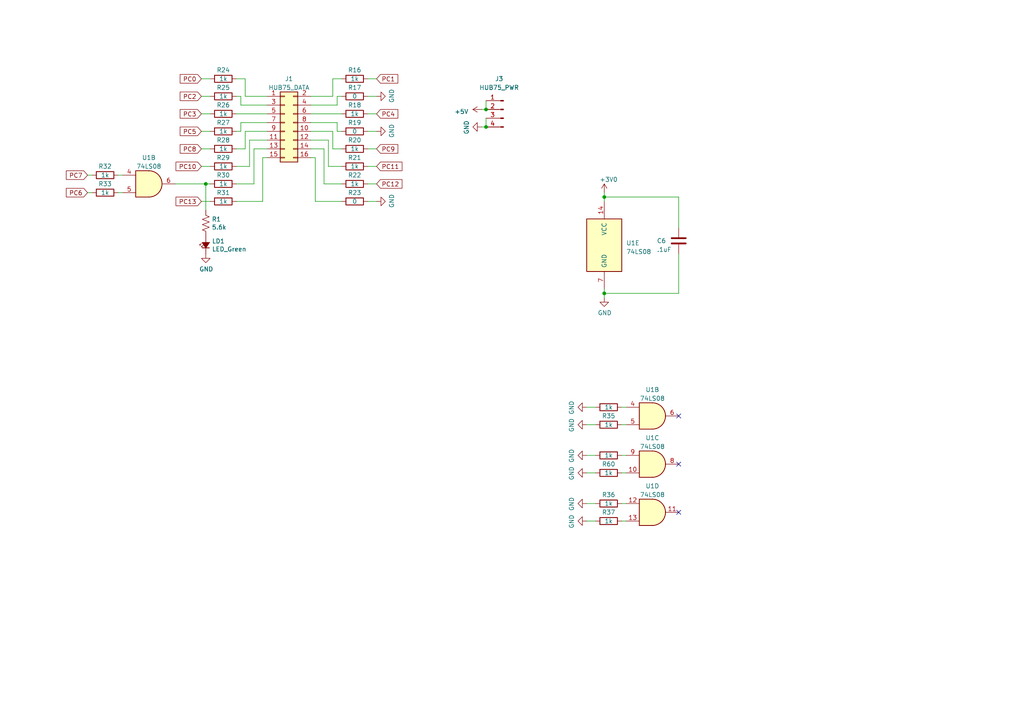
<source format=kicad_sch>
(kicad_sch (version 20230121) (generator eeschema)
  (paper "A4")
  (lib_symbols
    (symbol "74xx:74LS08" (pin_names (offset 1.016))
      (property "Reference" "U" (at 0 1.27 0))
      (property "Value" "74LS08" (at 0 -1.27 0))
      (symbol "74LS08_1_1"
        (arc (start 0 -3.81) (mid 3.7934 0) (end 0 3.81) (stroke (width 0.254)) (fill (type background)))
        (polyline (pts (xy 0 3.81) (xy -3.81 3.81) (xy -3.81 -3.81) (xy 0 -3.81)) (stroke (width 0.254)) (fill (type background)))
        (pin input line (at -7.62 2.54 0) (length 3.81) (name "~") (number "1"))
        (pin input line (at -7.62 -2.54 0) (length 3.81) (name "~") (number "2"))
        (pin output line (at 7.62 0 180) (length 3.81) (name "~") (number "3"))
      )
      (symbol "74LS08_1_2"
        (arc (start -3.81 -3.81) (mid -2.589 0) (end -3.81 3.81) (stroke (width 0.254)))
        (arc (start -0.6096 -3.81) (mid 2.1842 -2.5851) (end 3.81 0) (stroke (width 0.254)) (fill (type background)))
        (polyline (pts (xy -3.81 -3.81) (xy -0.635 -3.81)) (stroke (width 0.254)) (fill (type background)))
        (polyline (pts (xy -3.81 3.81) (xy -0.635 3.81)) (stroke (width 0.254)) (fill (type background)))
        (polyline (pts (xy -0.635 3.81) (xy -3.81 3.81) (xy -3.81 3.81) (xy -3.556 3.4036) (xy -3.0226 2.2606) (xy -2.6924 1.0414) (xy -2.6162 -0.254) (xy -2.7686 -1.4986) (xy -3.175 -2.7178) (xy -3.81 -3.81) (xy -3.81 -3.81) (xy -0.635 -3.81)) (stroke (width -25.4)) (fill (type background)))
        (arc (start 3.81 0) (mid 2.1915 2.5936) (end -0.6096 3.81) (stroke (width 0.254)) (fill (type background)))
        (pin input inverted (at -7.62 2.54 0) (length 4.318) (name "~") (number "1"))
        (pin input inverted (at -7.62 -2.54 0) (length 4.318) (name "~") (number "2"))
        (pin output inverted (at 7.62 0 180) (length 3.81) (name "~") (number "3"))
      )
      (symbol "74LS08_2_1"
        (arc (start 0 -3.81) (mid 3.7934 0) (end 0 3.81) (stroke (width 0.254)) (fill (type background)))
        (polyline (pts (xy 0 3.81) (xy -3.81 3.81) (xy -3.81 -3.81) (xy 0 -3.81)) (stroke (width 0.254)) (fill (type background)))
        (pin input line (at -7.62 2.54 0) (length 3.81) (name "~") (number "4"))
        (pin input line (at -7.62 -2.54 0) (length 3.81) (name "~") (number "5"))
        (pin output line (at 7.62 0 180) (length 3.81) (name "~") (number "6"))
      )
      (symbol "74LS08_2_2"
        (arc (start -3.81 -3.81) (mid -2.589 0) (end -3.81 3.81) (stroke (width 0.254)))
        (arc (start -0.6096 -3.81) (mid 2.1842 -2.5851) (end 3.81 0) (stroke (width 0.254)) (fill (type background)))
        (polyline (pts (xy -3.81 -3.81) (xy -0.635 -3.81)) (stroke (width 0.254)) (fill (type background)))
        (polyline (pts (xy -3.81 3.81) (xy -0.635 3.81)) (stroke (width 0.254)) (fill (type background)))
        (polyline (pts (xy -0.635 3.81) (xy -3.81 3.81) (xy -3.81 3.81) (xy -3.556 3.4036) (xy -3.0226 2.2606) (xy -2.6924 1.0414) (xy -2.6162 -0.254) (xy -2.7686 -1.4986) (xy -3.175 -2.7178) (xy -3.81 -3.81) (xy -3.81 -3.81) (xy -0.635 -3.81)) (stroke (width -25.4)) (fill (type background)))
        (arc (start 3.81 0) (mid 2.1915 2.5936) (end -0.6096 3.81) (stroke (width 0.254)) (fill (type background)))
        (pin input inverted (at -7.62 2.54 0) (length 4.318) (name "~") (number "4"))
        (pin input inverted (at -7.62 -2.54 0) (length 4.318) (name "~") (number "5"))
        (pin output inverted (at 7.62 0 180) (length 3.81) (name "~") (number "6"))
      )
      (symbol "74LS08_3_1"
        (arc (start 0 -3.81) (mid 3.7934 0) (end 0 3.81) (stroke (width 0.254)) (fill (type background)))
        (polyline (pts (xy 0 3.81) (xy -3.81 3.81) (xy -3.81 -3.81) (xy 0 -3.81)) (stroke (width 0.254)) (fill (type background)))
        (pin input line (at -7.62 -2.54 0) (length 3.81) (name "~") (number "10"))
        (pin output line (at 7.62 0 180) (length 3.81) (name "~") (number "8"))
        (pin input line (at -7.62 2.54 0) (length 3.81) (name "~") (number "9"))
      )
      (symbol "74LS08_3_2"
        (arc (start -3.81 -3.81) (mid -2.589 0) (end -3.81 3.81) (stroke (width 0.254)))
        (arc (start -0.6096 -3.81) (mid 2.1842 -2.5851) (end 3.81 0) (stroke (width 0.254)) (fill (type background)))
        (polyline (pts (xy -3.81 -3.81) (xy -0.635 -3.81)) (stroke (width 0.254)) (fill (type background)))
        (polyline (pts (xy -3.81 3.81) (xy -0.635 3.81)) (stroke (width 0.254)) (fill (type background)))
        (polyline (pts (xy -0.635 3.81) (xy -3.81 3.81) (xy -3.81 3.81) (xy -3.556 3.4036) (xy -3.0226 2.2606) (xy -2.6924 1.0414) (xy -2.6162 -0.254) (xy -2.7686 -1.4986) (xy -3.175 -2.7178) (xy -3.81 -3.81) (xy -3.81 -3.81) (xy -0.635 -3.81)) (stroke (width -25.4)) (fill (type background)))
        (arc (start 3.81 0) (mid 2.1915 2.5936) (end -0.6096 3.81) (stroke (width 0.254)) (fill (type background)))
        (pin input inverted (at -7.62 -2.54 0) (length 4.318) (name "~") (number "10"))
        (pin output inverted (at 7.62 0 180) (length 3.81) (name "~") (number "8"))
        (pin input inverted (at -7.62 2.54 0) (length 4.318) (name "~") (number "9"))
      )
      (symbol "74LS08_4_1"
        (arc (start 0 -3.81) (mid 3.7934 0) (end 0 3.81) (stroke (width 0.254)) (fill (type background)))
        (polyline (pts (xy 0 3.81) (xy -3.81 3.81) (xy -3.81 -3.81) (xy 0 -3.81)) (stroke (width 0.254)) (fill (type background)))
        (pin output line (at 7.62 0 180) (length 3.81) (name "~") (number "11"))
        (pin input line (at -7.62 2.54 0) (length 3.81) (name "~") (number "12"))
        (pin input line (at -7.62 -2.54 0) (length 3.81) (name "~") (number "13"))
      )
      (symbol "74LS08_4_2"
        (arc (start -3.81 -3.81) (mid -2.589 0) (end -3.81 3.81) (stroke (width 0.254)))
        (arc (start -0.6096 -3.81) (mid 2.1842 -2.5851) (end 3.81 0) (stroke (width 0.254)) (fill (type background)))
        (polyline (pts (xy -3.81 -3.81) (xy -0.635 -3.81)) (stroke (width 0.254)) (fill (type background)))
        (polyline (pts (xy -3.81 3.81) (xy -0.635 3.81)) (stroke (width 0.254)) (fill (type background)))
        (polyline (pts (xy -0.635 3.81) (xy -3.81 3.81) (xy -3.81 3.81) (xy -3.556 3.4036) (xy -3.0226 2.2606) (xy -2.6924 1.0414) (xy -2.6162 -0.254) (xy -2.7686 -1.4986) (xy -3.175 -2.7178) (xy -3.81 -3.81) (xy -3.81 -3.81) (xy -0.635 -3.81)) (stroke (width -25.4)) (fill (type background)))
        (arc (start 3.81 0) (mid 2.1915 2.5936) (end -0.6096 3.81) (stroke (width 0.254)) (fill (type background)))
        (pin output inverted (at 7.62 0 180) (length 3.81) (name "~") (number "11"))
        (pin input inverted (at -7.62 2.54 0) (length 4.318) (name "~") (number "12"))
        (pin input inverted (at -7.62 -2.54 0) (length 4.318) (name "~") (number "13"))
      )
      (symbol "74LS08_5_0"
        (pin power_in line (at 0 12.7 270) (length 5.08) (name "VCC") (number "14"))
        (pin power_in line (at 0 -12.7 90) (length 5.08) (name "GND") (number "7"))
      )
      (symbol "74LS08_5_1"
        (rectangle (start -5.08 7.62) (end 5.08 -7.62) (stroke (width 0.254)) (fill (type background)))
      )
    )
    (symbol "Connector:Conn_01x04_Pin" (pin_names (offset 1.016) hide)
      (property "Reference" "J" (at 0 5.08 0))
      (property "Value" "Conn_01x04_Pin" (at 0 -7.62 0))
      (symbol "Conn_01x04_Pin_1_1"
        (polyline (pts (xy 1.27 -5.08) (xy 0.8636 -5.08)) (stroke (width 0.1524)))
        (polyline (pts (xy 1.27 -2.54) (xy 0.8636 -2.54)) (stroke (width 0.1524)))
        (polyline (pts (xy 1.27 0) (xy 0.8636 0)) (stroke (width 0.1524)))
        (polyline (pts (xy 1.27 2.54) (xy 0.8636 2.54)) (stroke (width 0.1524)))
        (rectangle (start 0.8636 -4.953) (end 0 -5.207) (stroke (width 0.1524)) (fill (type outline)))
        (rectangle (start 0.8636 -2.413) (end 0 -2.667) (stroke (width 0.1524)) (fill (type outline)))
        (rectangle (start 0.8636 0.127) (end 0 -0.127) (stroke (width 0.1524)) (fill (type outline)))
        (rectangle (start 0.8636 2.667) (end 0 2.413) (stroke (width 0.1524)) (fill (type outline)))
        (pin passive line (at 5.08 2.54 180) (length 3.81) (name "Pin_1") (number "1"))
        (pin passive line (at 5.08 0 180) (length 3.81) (name "Pin_2") (number "2"))
        (pin passive line (at 5.08 -2.54 180) (length 3.81) (name "Pin_3") (number "3"))
        (pin passive line (at 5.08 -5.08 180) (length 3.81) (name "Pin_4") (number "4"))
      )
    )
    (symbol "Connector_Generic:Conn_02x08_Odd_Even" (pin_names (offset 1.016) hide)
      (property "Reference" "J" (at 1.27 10.16 0))
      (property "Value" "Conn_02x08_Odd_Even" (at 1.27 -12.7 0))
      (symbol "Conn_02x08_Odd_Even_1_1"
        (rectangle (start -1.27 -10.033) (end 0 -10.287) (stroke (width 0.1524)))
        (rectangle (start -1.27 -7.493) (end 0 -7.747) (stroke (width 0.1524)))
        (rectangle (start -1.27 -4.953) (end 0 -5.207) (stroke (width 0.1524)))
        (rectangle (start -1.27 -2.413) (end 0 -2.667) (stroke (width 0.1524)))
        (rectangle (start -1.27 0.127) (end 0 -0.127) (stroke (width 0.1524)))
        (rectangle (start -1.27 2.667) (end 0 2.413) (stroke (width 0.1524)))
        (rectangle (start -1.27 5.207) (end 0 4.953) (stroke (width 0.1524)))
        (rectangle (start -1.27 7.747) (end 0 7.493) (stroke (width 0.1524)))
        (rectangle (start -1.27 8.89) (end 3.81 -11.43) (stroke (width 0.254)) (fill (type background)))
        (rectangle (start 3.81 -10.033) (end 2.54 -10.287) (stroke (width 0.1524)))
        (rectangle (start 3.81 -7.493) (end 2.54 -7.747) (stroke (width 0.1524)))
        (rectangle (start 3.81 -4.953) (end 2.54 -5.207) (stroke (width 0.1524)))
        (rectangle (start 3.81 -2.413) (end 2.54 -2.667) (stroke (width 0.1524)))
        (rectangle (start 3.81 0.127) (end 2.54 -0.127) (stroke (width 0.1524)))
        (rectangle (start 3.81 2.667) (end 2.54 2.413) (stroke (width 0.1524)))
        (rectangle (start 3.81 5.207) (end 2.54 4.953) (stroke (width 0.1524)))
        (rectangle (start 3.81 7.747) (end 2.54 7.493) (stroke (width 0.1524)))
        (pin passive line (at -5.08 7.62 0) (length 3.81) (name "Pin_1") (number "1"))
        (pin passive line (at 7.62 -2.54 180) (length 3.81) (name "Pin_10") (number "10"))
        (pin passive line (at -5.08 -5.08 0) (length 3.81) (name "Pin_11") (number "11"))
        (pin passive line (at 7.62 -5.08 180) (length 3.81) (name "Pin_12") (number "12"))
        (pin passive line (at -5.08 -7.62 0) (length 3.81) (name "Pin_13") (number "13"))
        (pin passive line (at 7.62 -7.62 180) (length 3.81) (name "Pin_14") (number "14"))
        (pin passive line (at -5.08 -10.16 0) (length 3.81) (name "Pin_15") (number "15"))
        (pin passive line (at 7.62 -10.16 180) (length 3.81) (name "Pin_16") (number "16"))
        (pin passive line (at 7.62 7.62 180) (length 3.81) (name "Pin_2") (number "2"))
        (pin passive line (at -5.08 5.08 0) (length 3.81) (name "Pin_3") (number "3"))
        (pin passive line (at 7.62 5.08 180) (length 3.81) (name "Pin_4") (number "4"))
        (pin passive line (at -5.08 2.54 0) (length 3.81) (name "Pin_5") (number "5"))
        (pin passive line (at 7.62 2.54 180) (length 3.81) (name "Pin_6") (number "6"))
        (pin passive line (at -5.08 0 0) (length 3.81) (name "Pin_7") (number "7"))
        (pin passive line (at 7.62 0 180) (length 3.81) (name "Pin_8") (number "8"))
        (pin passive line (at -5.08 -2.54 0) (length 3.81) (name "Pin_9") (number "9"))
      )
    )
    (symbol "Device:C" (pin_numbers hide) (pin_names (offset 0.254))
      (property "Reference" "C" (at 0.635 2.54 0))
      (property "Value" "C" (at 0.635 -2.54 0))
      (symbol "C_0_1"
        (polyline (pts (xy -2.032 -0.762) (xy 2.032 -0.762)) (stroke (width 0.508)))
        (polyline (pts (xy -2.032 0.762) (xy 2.032 0.762)) (stroke (width 0.508)))
      )
      (symbol "C_1_1"
        (pin passive line (at 0 3.81 270) (length 2.794) (name "~") (number "1"))
        (pin passive line (at 0 -3.81 90) (length 2.794) (name "~") (number "2"))
      )
    )
    (symbol "Device:R" (pin_numbers hide) (pin_names (offset 0))
      (property "Reference" "R" (at 2.032 0 90))
      (property "Value" "R" (at 0 0 90))
      (symbol "R_0_1"
        (rectangle (start -1.016 -2.54) (end 1.016 2.54) (stroke (width 0.254)))
      )
      (symbol "R_1_1"
        (pin passive line (at 0 3.81 270) (length 1.27) (name "~") (number "1"))
        (pin passive line (at 0 -3.81 90) (length 1.27) (name "~") (number "2"))
      )
    )
    (symbol "Device:R_US" (pin_numbers hide) (pin_names (offset 0))
      (property "Reference" "R" (at 2.54 0 90))
      (property "Value" "R_US" (at -2.54 0 90))
      (symbol "R_US_0_1"
        (polyline (pts (xy 0 -2.286) (xy 0 -2.54)))
        (polyline (pts (xy 0 2.286) (xy 0 2.54)))
        (polyline (pts (xy 0 -0.762) (xy 1.016 -1.143) (xy 0 -1.524) (xy -1.016 -1.905) (xy 0 -2.286)))
        (polyline (pts (xy 0 0.762) (xy 1.016 0.381) (xy 0 0) (xy -1.016 -0.381) (xy 0 -0.762)))
        (polyline (pts (xy 0 2.286) (xy 1.016 1.905) (xy 0 1.524) (xy -1.016 1.143) (xy 0 0.762)))
      )
      (symbol "R_US_1_1"
        (pin passive line (at 0 3.81 270) (length 1.27) (name "~") (number "1"))
        (pin passive line (at 0 -3.81 90) (length 1.27) (name "~") (number "2"))
      )
    )
    (symbol "power:+3V0" (power) (pin_names (offset 0))
      (property "Value" "+3V0" (at 0 3.556 0))
      (symbol "+3V0_0_1"
        (polyline (pts (xy -0.762 1.27) (xy 0 2.54)))
        (polyline (pts (xy 0 0) (xy 0 2.54)))
        (polyline (pts (xy 0 2.54) (xy 0.762 1.27)))
      )
      (symbol "+3V0_1_1"
        (pin power_in line (at 0 0 90) (length 0) hide (name "+3V0") (number "1"))
      )
    )
    (symbol "power:+5V" (power) (pin_names (offset 0))
      (property "Value" "+5V" (at 0 3.556 0))
      (symbol "+5V_0_1"
        (polyline (pts (xy -0.762 1.27) (xy 0 2.54)))
        (polyline (pts (xy 0 0) (xy 0 2.54)))
        (polyline (pts (xy 0 2.54) (xy 0.762 1.27)))
      )
      (symbol "+5V_1_1"
        (pin power_in line (at 0 0 90) (length 0) hide (name "+5V") (number "1"))
      )
    )
    (symbol "power:GND" (power) (pin_names (offset 0))
      (property "Value" "GND" (at 0 -3.81 0))
      (symbol "GND_0_1"
        (polyline (pts (xy 0 0) (xy 0 -1.27) (xy 1.27 -1.27) (xy 0 -2.54) (xy -1.27 -1.27) (xy 0 -1.27)))
      )
      (symbol "GND_1_1"
        (pin power_in line (at 0 0 270) (length 0) hide (name "GND") (number "1"))
      )
    )
    (symbol "stm32f091-rescue:LED_Small_ALT-Device" (pin_numbers hide) (pin_names (offset 0.254) hide)
      (property "Reference" "D" (at -1.27 3.175 0))
      (property "Value" "Device_LED_Small_ALT" (at -4.445 -2.54 0))
      (symbol "LED_Small_ALT-Device_0_1"
        (polyline (pts (xy -0.762 -1.016) (xy -0.762 1.016)) (stroke (width 0.254)))
        (polyline (pts (xy 1.016 0) (xy -0.762 0)))
        (polyline (pts (xy 0.762 -1.016) (xy -0.762 0) (xy 0.762 1.016) (xy 0.762 -1.016)) (stroke (width 0.254)) (fill (type outline)))
        (polyline (pts (xy 0 0.762) (xy -0.508 1.27) (xy -0.254 1.27) (xy -0.508 1.27) (xy -0.508 1.016)))
        (polyline (pts (xy 0.508 1.27) (xy 0 1.778) (xy 0.254 1.778) (xy 0 1.778) (xy 0 1.524)))
      )
      (symbol "LED_Small_ALT-Device_1_1"
        (pin passive line (at -2.54 0 0) (length 1.778) (name "K") (number "1"))
        (pin passive line (at 2.54 0 180) (length 1.778) (name "A") (number "2"))
      )
    )
  )
  (junction (at 175.26 57.15))
  (junction (at 175.26 85.09))
  (junction (at 140.97 31.75))
  (junction (at 140.97 36.83))
  (junction (at 59.69 53.34))
  (no_connect (at 196.85 134.62))
  (no_connect (at 196.85 148.59))
  (no_connect (at 196.85 120.65))
  (wire (pts (xy 140.97 29.21) (xy 140.97 31.75)))
  (wire (pts (xy 60.96 48.26) (xy 58.42 48.26)))
  (wire (pts (xy 96.52 27.94) (xy 96.52 22.86)))
  (wire (pts (xy 77.47 30.48) (xy 69.85 30.48)))
  (wire (pts (xy 170.18 118.11) (xy 172.72 118.11)))
  (wire (pts (xy 196.85 85.09) (xy 196.85 73.66)))
  (wire (pts (xy 140.97 34.29) (xy 140.97 36.83)))
  (wire (pts (xy 180.34 137.16) (xy 181.61 137.16)))
  (wire (pts (xy 93.98 43.18) (xy 93.98 53.34)))
  (wire (pts (xy 77.47 40.64) (xy 72.39 40.64)))
  (wire (pts (xy 34.29 55.88) (xy 35.56 55.88)))
  (wire (pts (xy 90.17 43.18) (xy 93.98 43.18)))
  (wire (pts (xy 77.47 27.94) (xy 71.12 27.94)))
  (wire (pts (xy 175.26 86.36) (xy 175.26 85.09)))
  (wire (pts (xy 71.12 22.86) (xy 68.58 22.86)))
  (wire (pts (xy 139.7 36.83) (xy 140.97 36.83)))
  (wire (pts (xy 90.17 33.02) (xy 99.06 33.02)))
  (wire (pts (xy 106.68 43.18) (xy 109.22 43.18)))
  (wire (pts (xy 71.12 38.1) (xy 71.12 43.18)))
  (wire (pts (xy 34.29 50.8) (xy 35.56 50.8)))
  (wire (pts (xy 77.47 38.1) (xy 71.12 38.1)))
  (wire (pts (xy 69.85 38.1) (xy 68.58 38.1)))
  (wire (pts (xy 60.96 43.18) (xy 58.42 43.18)))
  (wire (pts (xy 172.72 151.13) (xy 170.18 151.13)))
  (wire (pts (xy 71.12 43.18) (xy 68.58 43.18)))
  (wire (pts (xy 175.26 85.09) (xy 196.85 85.09)))
  (wire (pts (xy 106.68 33.02) (xy 109.22 33.02)))
  (wire (pts (xy 96.52 38.1) (xy 96.52 43.18)))
  (wire (pts (xy 76.2 45.72) (xy 76.2 58.42)))
  (wire (pts (xy 59.69 53.34) (xy 59.69 60.96)))
  (wire (pts (xy 72.39 40.64) (xy 72.39 48.26)))
  (wire (pts (xy 96.52 22.86) (xy 99.06 22.86)))
  (wire (pts (xy 73.66 53.34) (xy 68.58 53.34)))
  (wire (pts (xy 180.34 118.11) (xy 181.61 118.11)))
  (wire (pts (xy 106.68 22.86) (xy 109.22 22.86)))
  (wire (pts (xy 60.96 27.94) (xy 58.42 27.94)))
  (wire (pts (xy 196.85 66.04) (xy 196.85 57.15)))
  (wire (pts (xy 180.34 132.08) (xy 181.61 132.08)))
  (wire (pts (xy 69.85 35.56) (xy 69.85 38.1)))
  (wire (pts (xy 196.85 57.15) (xy 175.26 57.15)))
  (wire (pts (xy 106.68 38.1) (xy 109.22 38.1)))
  (wire (pts (xy 96.52 43.18) (xy 99.06 43.18)))
  (wire (pts (xy 25.4 55.88) (xy 26.67 55.88)))
  (wire (pts (xy 180.34 146.05) (xy 181.61 146.05)))
  (wire (pts (xy 90.17 35.56) (xy 97.79 35.56)))
  (wire (pts (xy 97.79 27.94) (xy 99.06 27.94)))
  (wire (pts (xy 172.72 123.19) (xy 170.18 123.19)))
  (wire (pts (xy 91.44 45.72) (xy 91.44 58.42)))
  (wire (pts (xy 90.17 45.72) (xy 91.44 45.72)))
  (wire (pts (xy 97.79 38.1) (xy 99.06 38.1)))
  (wire (pts (xy 60.96 58.42) (xy 58.42 58.42)))
  (wire (pts (xy 77.47 35.56) (xy 69.85 35.56)))
  (wire (pts (xy 90.17 27.94) (xy 96.52 27.94)))
  (wire (pts (xy 172.72 137.16) (xy 170.18 137.16)))
  (wire (pts (xy 76.2 58.42) (xy 68.58 58.42)))
  (wire (pts (xy 95.25 40.64) (xy 95.25 48.26)))
  (wire (pts (xy 50.8 53.34) (xy 59.69 53.34)))
  (wire (pts (xy 25.4 50.8) (xy 26.67 50.8)))
  (wire (pts (xy 73.66 43.18) (xy 73.66 53.34)))
  (wire (pts (xy 91.44 58.42) (xy 99.06 58.42)))
  (wire (pts (xy 69.85 30.48) (xy 69.85 27.94)))
  (wire (pts (xy 180.34 123.19) (xy 181.61 123.19)))
  (wire (pts (xy 77.47 45.72) (xy 76.2 45.72)))
  (wire (pts (xy 77.47 43.18) (xy 73.66 43.18)))
  (wire (pts (xy 72.39 48.26) (xy 68.58 48.26)))
  (wire (pts (xy 97.79 30.48) (xy 97.79 27.94)))
  (wire (pts (xy 180.34 151.13) (xy 181.61 151.13)))
  (wire (pts (xy 175.26 57.15) (xy 175.26 58.42)))
  (wire (pts (xy 90.17 30.48) (xy 97.79 30.48)))
  (wire (pts (xy 97.79 35.56) (xy 97.79 38.1)))
  (wire (pts (xy 106.68 27.94) (xy 109.22 27.94)))
  (wire (pts (xy 59.69 53.34) (xy 60.96 53.34)))
  (wire (pts (xy 77.47 33.02) (xy 68.58 33.02)))
  (wire (pts (xy 106.68 48.26) (xy 109.22 48.26)))
  (wire (pts (xy 175.26 55.88) (xy 175.26 57.15)))
  (wire (pts (xy 69.85 27.94) (xy 68.58 27.94)))
  (wire (pts (xy 139.7 31.75) (xy 140.97 31.75)))
  (wire (pts (xy 93.98 53.34) (xy 99.06 53.34)))
  (wire (pts (xy 60.96 22.86) (xy 58.42 22.86)))
  (wire (pts (xy 106.68 53.34) (xy 109.22 53.34)))
  (wire (pts (xy 172.72 146.05) (xy 170.18 146.05)))
  (wire (pts (xy 90.17 38.1) (xy 96.52 38.1)))
  (wire (pts (xy 71.12 27.94) (xy 71.12 22.86)))
  (wire (pts (xy 175.26 85.09) (xy 175.26 83.82)))
  (wire (pts (xy 90.17 40.64) (xy 95.25 40.64)))
  (wire (pts (xy 60.96 33.02) (xy 58.42 33.02)))
  (wire (pts (xy 60.96 38.1) (xy 58.42 38.1)))
  (wire (pts (xy 95.25 48.26) (xy 99.06 48.26)))
  (wire (pts (xy 106.68 58.42) (xy 109.22 58.42)))
  (wire (pts (xy 170.18 132.08) (xy 172.72 132.08)))
  (global_label "PC12" (shape input) (at 109.22 53.34 0) (property "Intersheetrefs" "${INTERSHEET_REFS}" (effects hide)))
  (global_label "PC5" (shape input) (at 58.42 38.1 180) (property "Intersheetrefs" "${INTERSHEET_REFS}" (effects hide)))
  (global_label "PC6" (shape input) (at 25.4 55.88 180) (property "Intersheetrefs" "${INTERSHEET_REFS}" (effects hide)))
  (global_label "PC7" (shape input) (at 25.4 50.8 180) (property "Intersheetrefs" "${INTERSHEET_REFS}" (effects hide)))
  (global_label "PC2" (shape input) (at 58.42 27.94 180) (property "Intersheetrefs" "${INTERSHEET_REFS}" (effects hide)))
  (global_label "PC8" (shape input) (at 58.42 43.18 180) (property "Intersheetrefs" "${INTERSHEET_REFS}" (effects hide)))
  (global_label "PC0" (shape input) (at 58.42 22.86 180) (property "Intersheetrefs" "${INTERSHEET_REFS}" (effects hide)))
  (global_label "PC13" (shape input) (at 58.42 58.42 180) (property "Intersheetrefs" "${INTERSHEET_REFS}" (effects hide)))
  (global_label "PC1" (shape input) (at 109.22 22.86 0) (property "Intersheetrefs" "${INTERSHEET_REFS}" (effects hide)))
  (global_label "PC3" (shape input) (at 58.42 33.02 180) (property "Intersheetrefs" "${INTERSHEET_REFS}" (effects hide)))
  (global_label "PC4" (shape input) (at 109.22 33.02 0) (property "Intersheetrefs" "${INTERSHEET_REFS}" (effects hide)))
  (global_label "PC9" (shape input) (at 109.22 43.18 0) (property "Intersheetrefs" "${INTERSHEET_REFS}" (effects hide)))
  (global_label "PC10" (shape input) (at 58.42 48.26 180) (property "Intersheetrefs" "${INTERSHEET_REFS}" (effects hide)))
  (global_label "PC11" (shape input) (at 109.22 48.26 0) (property "Intersheetrefs" "${INTERSHEET_REFS}" (effects hide)))
  (symbol (lib_id "power:GND") (at 170.18 132.08 270) (unit 1)
    (property "Reference" "#PWR0130" (effects hide))
    (property "Value" "GND" (at 165.7858 132.207 0))
    (instances (project "stm32f091" (path "" (reference "#PWR0130") (unit 1))) (project "Schematic" (path "" (reference "#PWR011") (unit 1)) (path "" (reference "#PWR019") (unit 1)) (path "" (reference "#PWR066") (unit 1)) (path "" (reference "#PWR024") (unit 1))))
  )
  (symbol (lib_id "power:GND") (at 170.18 146.05 270) (unit 1)
    (property "Reference" "#PWR0130" (effects hide))
    (property "Value" "GND" (at 165.7858 146.177 0))
    (instances (project "stm32f091" (path "" (reference "#PWR0130") (unit 1))) (project "Schematic" (path "" (reference "#PWR011") (unit 1)) (path "" (reference "#PWR019") (unit 1)) (path "" (reference "#PWR022") (unit 1)) (path "" (reference "#PWR021") (unit 1))))
  )
  (symbol (lib_id "Device:R") (at 64.77 58.42 270) (mirror x) (unit 1)
    (property "Reference" "R31" (at 64.77 55.88 90))
    (property "Value" "1k" (at 64.77 58.42 90))
    (property "Footprint" "Resistor_SMD:R_1206_3216Metric_Pad1.30x1.75mm_HandSolder" (effects hide))
  )
  (symbol (lib_id "power:GND") (at 109.22 38.1 90) (unit 1)
    (property "Reference" "#PWR0130" (effects hide))
    (property "Value" "GND" (at 113.6142 37.973 0))
    (instances (project "stm32f091" (path "" (reference "#PWR0130") (unit 1))) (project "Schematic" (path "" (reference "#PWR011") (unit 1)) (path "" (reference "#PWR019") (unit 1)) (path "" (reference "#PWR018") (unit 1)) (path "" (reference "#PWR024") (unit 1))))
  )
  (symbol (lib_id "Device:R") (at 30.48 50.8 90) (unit 1)
    (property "Reference" "R32" (at 30.48 48.26 90))
    (property "Value" "1k" (at 30.48 50.8 90))
    (property "Footprint" "Resistor_SMD:R_1206_3216Metric_Pad1.30x1.75mm_HandSolder" (effects hide))
  )
  (symbol (lib_id "Device:R") (at 176.53 118.11 90) (unit 1)
    (property "Reference" "R34" (effects hide))
    (property "Value" "1k" (at 176.53 118.11 90))
    (property "Footprint" "Resistor_SMD:R_1206_3216Metric_Pad1.30x1.75mm_HandSolder" (effects hide))
  )
  (symbol (lib_id "Device:R") (at 64.77 27.94 270) (mirror x) (unit 1)
    (property "Reference" "R25" (at 64.77 25.4 90))
    (property "Value" "1k" (at 64.77 27.94 90))
    (property "Footprint" "Resistor_SMD:R_1206_3216Metric_Pad1.30x1.75mm_HandSolder" (effects hide))
  )
  (symbol (lib_id "power:+3V0") (at 175.26 55.88 0) (unit 1)
    (property "Reference" "#PWR0105" (effects hide))
    (property "Value" "+3V0" (at 176.53 52.07 0))
    (instances (project "stm32f091" (path "" (reference "#PWR0105") (unit 1))) (project "Schematic" (path "" (reference "#PWR04") (unit 1)) (path "" (reference "#PWR027") (unit 1))))
  )
  (symbol (lib_id "power:GND") (at 59.69 73.66 0) (unit 1)
    (property "Reference" "#PWR0130" (effects hide))
    (property "Value" "GND" (at 59.817 78.0542 0))
    (instances (project "stm32f091" (path "" (reference "#PWR0130") (unit 1))) (project "Schematic" (path "" (reference "#PWR011") (unit 1)) (path "" (reference "#PWR019") (unit 1)) (path "" (reference "#PWR026") (unit 1)) (path "" (reference "#PWR024") (unit 1))))
  )
  (symbol (lib_id "Device:R") (at 102.87 33.02 90) (unit 1)
    (property "Reference" "R18" (at 102.87 30.48 90))
    (property "Value" "1k" (at 102.87 33.02 90))
    (property "Footprint" "Resistor_SMD:R_1206_3216Metric_Pad1.30x1.75mm_HandSolder" (effects hide))
  )
  (symbol (lib_id "Device:R") (at 102.87 58.42 90) (unit 1)
    (property "Reference" "R23" (at 102.87 55.88 90))
    (property "Value" "0" (at 102.87 58.42 90))
    (property "Footprint" "Resistor_SMD:R_1206_3216Metric_Pad1.30x1.75mm_HandSolder" (effects hide))
  )
  (symbol (lib_id "Device:R") (at 64.77 53.34 270) (mirror x) (unit 1)
    (property "Reference" "R30" (at 64.77 50.8 90))
    (property "Value" "1k" (at 64.77 53.34 90))
    (property "Footprint" "Resistor_SMD:R_1206_3216Metric_Pad1.30x1.75mm_HandSolder" (effects hide))
  )
  (symbol (lib_id "Device:R_US") (at 59.69 64.77 0) (unit 1)
    (property "Reference" "R1" (at 61.4172 63.6016 0) (effects (justify left)))
    (property "Value" "5.6k" (at 61.4172 65.913 0) (effects (justify left)))
    (property "Footprint" "Resistor_SMD:R_1206_3216Metric_Pad1.30x1.75mm_HandSolder" (effects hide))
    (instances (project "stm32f091" (path "" (reference "R1") (unit 1))) (project "Schematic" (path "" (reference "R6") (unit 1)) (path "" (reference "R40") (unit 1))))
  )
  (symbol (lib_id "Device:R") (at 64.77 38.1 270) (mirror x) (unit 1)
    (property "Reference" "R27" (at 64.77 35.56 90))
    (property "Value" "1k" (at 64.77 38.1 90))
    (property "Footprint" "Resistor_SMD:R_1206_3216Metric_Pad1.30x1.75mm_HandSolder" (effects hide))
  )
  (symbol (lib_id "74xx:74LS08") (at 43.18 53.34 0) (unit 2)
    (property "Reference" "U1" (at 43.1717 45.72 0))
    (property "Value" "74LS08" (at 43.1717 48.26 0))
    (property "Footprint" "Package_DIP:DIP-14_W7.62mm" (effects hide))
    (property "Datasheet" "http://www.ti.com/lit/gpn/sn74LS08" (effects hide))
    (instances (project "Schematic" (path "" (reference "U1") (unit 2)) (path "" (reference "U1") (unit 1)) (path "" (reference "U1") (unit 2))))
  )
  (symbol (lib_id "Device:R") (at 176.53 151.13 90) (unit 1)
    (property "Reference" "R37" (at 176.53 148.59 90))
    (property "Value" "1k" (at 176.53 151.13 90))
    (property "Footprint" "Resistor_SMD:R_1206_3216Metric_Pad1.30x1.75mm_HandSolder" (effects hide))
  )
  (symbol (lib_id "Connector:Conn_01x04_Pin") (at 146.05 31.75 0) (mirror y) (unit 1)
    (property "Reference" "J3" (at 144.78 22.86 0))
    (property "Value" "HUB75_PWR" (at 144.78 25.4 0))
    (property "Footprint" "Connector_JST:JST_VH_B4P-VH-B_1x04_P3.96mm_Vertical" (effects hide))
  )
  (symbol (lib_id "power:GND") (at 170.18 137.16 270) (unit 1)
    (property "Reference" "#PWR0130" (effects hide))
    (property "Value" "GND" (at 165.7858 137.287 0))
    (instances (project "stm32f091" (path "" (reference "#PWR0130") (unit 1))) (project "Schematic" (path "" (reference "#PWR011") (unit 1)) (path "" (reference "#PWR019") (unit 1)) (path "" (reference "#PWR067") (unit 1)) (path "" (reference "#PWR020") (unit 1))))
  )
  (symbol (lib_id "Device:R") (at 102.87 53.34 90) (unit 1)
    (property "Reference" "R22" (at 102.87 50.8 90))
    (property "Value" "1k" (at 102.87 53.34 90))
    (property "Footprint" "Resistor_SMD:R_1206_3216Metric_Pad1.30x1.75mm_HandSolder" (effects hide))
  )
  (symbol (lib_id "Device:R") (at 176.53 132.08 90) (unit 1)
    (property "Reference" "R59" (effects hide))
    (property "Value" "1k" (at 176.53 132.08 90))
    (property "Footprint" "Resistor_SMD:R_1206_3216Metric_Pad1.30x1.75mm_HandSolder" (effects hide))
    (instances (project "Schematic" (path "" (reference "R59") (unit 1)) (path "" (reference "R34") (unit 1))))
  )
  (symbol (lib_id "74xx:74LS08") (at 189.23 148.59 0) (unit 4)
    (property "Reference" "U1" (at 189.2217 140.97 0))
    (property "Value" "74LS08" (at 189.2217 143.51 0))
    (property "Footprint" "Package_DIP:DIP-14_W7.62mm" (effects hide))
    (property "Datasheet" "http://www.ti.com/lit/gpn/sn74LS08" (effects hide))
  )
  (symbol (lib_id "Device:R") (at 102.87 22.86 90) (unit 1)
    (property "Reference" "R16" (at 102.87 20.32 90))
    (property "Value" "1k" (at 102.87 22.86 90))
    (property "Footprint" "Resistor_SMD:R_1206_3216Metric_Pad1.30x1.75mm_HandSolder" (effects hide))
  )
  (symbol (lib_id "power:GND") (at 109.22 27.94 90) (unit 1)
    (property "Reference" "#PWR0130" (effects hide))
    (property "Value" "GND" (at 113.6142 27.813 0))
    (instances (project "stm32f091" (path "" (reference "#PWR0130") (unit 1))) (project "Schematic" (path "" (reference "#PWR011") (unit 1)) (path "" (reference "#PWR019") (unit 1)) (path "" (reference "#PWR017") (unit 1)) (path "" (reference "#PWR024") (unit 1))))
  )
  (symbol (lib_id "Device:R") (at 64.77 48.26 270) (mirror x) (unit 1)
    (property "Reference" "R29" (at 64.77 45.72 90))
    (property "Value" "1k" (at 64.77 48.26 90))
    (property "Footprint" "Resistor_SMD:R_1206_3216Metric_Pad1.30x1.75mm_HandSolder" (effects hide))
  )
  (symbol (lib_id "power:GND") (at 139.7 36.83 270) (unit 1)
    (property "Reference" "#PWR0130" (effects hide))
    (property "Value" "GND" (at 135.3058 36.957 0))
    (instances (project "stm32f091" (path "" (reference "#PWR0130") (unit 1))) (project "Schematic" (path "" (reference "#PWR011") (unit 1)) (path "" (reference "#PWR019") (unit 1)) (path "" (reference "#PWR028") (unit 1)) (path "" (reference "#PWR024") (unit 1))))
  )
  (symbol (lib_id "power:+5V") (at 139.7 31.75 90) (unit 1)
    (property "Reference" "#PWR029" (effects hide))
    (property "Value" "+5V" (at 135.89 32.385 90) (effects (justify left)))
  )
  (symbol (lib_id "Device:R") (at 64.77 43.18 270) (mirror x) (unit 1)
    (property "Reference" "R28" (at 64.77 40.64 90))
    (property "Value" "1k" (at 64.77 43.18 90))
    (property "Footprint" "Resistor_SMD:R_1206_3216Metric_Pad1.30x1.75mm_HandSolder" (effects hide))
  )
  (symbol (lib_id "Device:R") (at 102.87 48.26 90) (unit 1)
    (property "Reference" "R21" (at 102.87 45.72 90))
    (property "Value" "1k" (at 102.87 48.26 90))
    (property "Footprint" "Resistor_SMD:R_1206_3216Metric_Pad1.30x1.75mm_HandSolder" (effects hide))
  )
  (symbol (lib_id "74xx:74LS08") (at 175.26 71.12 0) (unit 5)
    (property "Reference" "U1" (at 181.61 70.485 0) (effects (justify left)))
    (property "Value" "74LS08" (at 181.61 73.025 0) (effects (justify left)))
    (property "Footprint" "Package_DIP:DIP-14_W7.62mm" (effects hide))
    (property "Datasheet" "http://www.ti.com/lit/gpn/sn74LS08" (effects hide))
  )
  (symbol (lib_id "74xx:74LS08") (at 189.23 134.62 0) (unit 3)
    (property "Reference" "U1" (at 189.2217 127 0))
    (property "Value" "74LS08" (at 189.2217 129.54 0))
    (property "Footprint" "Package_DIP:DIP-14_W7.62mm" (effects hide))
    (property "Datasheet" "http://www.ti.com/lit/gpn/sn74LS08" (effects hide))
  )
  (symbol (lib_id "power:GND") (at 170.18 151.13 270) (unit 1)
    (property "Reference" "#PWR0130" (effects hide))
    (property "Value" "GND" (at 165.7858 151.257 0))
    (instances (project "stm32f091" (path "" (reference "#PWR0130") (unit 1))) (project "Schematic" (path "" (reference "#PWR011") (unit 1)) (path "" (reference "#PWR019") (unit 1)) (path "" (reference "#PWR024") (unit 1)) (path "" (reference "#PWR022") (unit 1))))
  )
  (symbol (lib_id "Connector_Generic:Conn_02x08_Odd_Even") (at 82.55 35.56 0) (unit 1)
    (property "Reference" "J1" (at 83.82 22.86 0))
    (property "Value" "HUB75_DATA" (at 83.82 25.4 0))
    (property "Footprint" "Connector_IDC:IDC-Header_2x08_P2.54mm_Vertical" (effects hide))
  )
  (symbol (lib_id "Device:R") (at 176.53 137.16 90) (unit 1)
    (property "Reference" "R60" (at 176.53 134.62 90))
    (property "Value" "1k" (at 176.53 137.16 90))
    (property "Footprint" "Resistor_SMD:R_1206_3216Metric_Pad1.30x1.75mm_HandSolder" (effects hide))
    (instances (project "Schematic" (path "" (reference "R60") (unit 1)) (path "" (reference "R35") (unit 1))))
  )
  (symbol (lib_id "power:GND") (at 170.18 118.11 270) (unit 1)
    (property "Reference" "#PWR0130" (effects hide))
    (property "Value" "GND" (at 165.7858 118.237 0))
    (instances (project "stm32f091" (path "" (reference "#PWR0130") (unit 1))) (project "Schematic" (path "" (reference "#PWR011") (unit 1)) (path "" (reference "#PWR019") (unit 1)) (path "" (reference "#PWR020") (unit 1)) (path "" (reference "#PWR024") (unit 1))))
  )
  (symbol (lib_id "power:GND") (at 170.18 123.19 270) (unit 1)
    (property "Reference" "#PWR0130" (effects hide))
    (property "Value" "GND" (at 165.7858 123.317 0))
    (instances (project "stm32f091" (path "" (reference "#PWR0130") (unit 1))) (project "Schematic" (path "" (reference "#PWR011") (unit 1)) (path "" (reference "#PWR019") (unit 1)) (path "" (reference "#PWR021") (unit 1)) (path "" (reference "#PWR020") (unit 1))))
  )
  (symbol (lib_id "Device:R") (at 102.87 43.18 90) (unit 1)
    (property "Reference" "R20" (at 102.87 40.64 90))
    (property "Value" "1k" (at 102.87 43.18 90))
    (property "Footprint" "Resistor_SMD:R_1206_3216Metric_Pad1.30x1.75mm_HandSolder" (effects hide))
  )
  (symbol (lib_id "Device:R") (at 176.53 146.05 90) (unit 1)
    (property "Reference" "R36" (at 176.53 143.51 90))
    (property "Value" "1k" (at 176.53 146.05 90))
    (property "Footprint" "Resistor_SMD:R_1206_3216Metric_Pad1.30x1.75mm_HandSolder" (effects hide))
  )
  (symbol (lib_id "Device:R") (at 102.87 38.1 90) (unit 1)
    (property "Reference" "R19" (at 102.87 35.56 90))
    (property "Value" "0" (at 102.87 38.1 90))
    (property "Footprint" "Resistor_SMD:R_1206_3216Metric_Pad1.30x1.75mm_HandSolder" (effects hide))
  )
  (symbol (lib_id "power:GND") (at 175.26 86.36 0) (unit 1)
    (property "Reference" "#PWR0130" (effects hide))
    (property "Value" "GND" (at 175.387 90.7542 0))
    (instances (project "stm32f091" (path "" (reference "#PWR0130") (unit 1))) (project "Schematic" (path "" (reference "#PWR011") (unit 1)) (path "" (reference "#PWR019") (unit 1)) (path "" (reference "#PWR040") (unit 1)) (path "" (reference "#PWR024") (unit 1))))
  )
  (symbol (lib_id "stm32f091-rescue:LED_Small_ALT-Device") (at 59.69 71.12 90) (unit 1)
    (property "Reference" "LD1" (at 61.468 69.9516 90) (effects (justify right)))
    (property "Value" "LED_Green" (at 61.468 72.263 90) (effects (justify right)))
    (property "Footprint" "LED_THT:LED_D5.0mm" (effects hide))
    (instances (project "stm32f091" (path "" (reference "LD1") (unit 1))) (project "Schematic" (path "" (reference "LD1") (unit 1)) (path "" (reference "LD2") (unit 1))))
  )
  (symbol (lib_id "power:GND") (at 109.22 58.42 90) (unit 1)
    (property "Reference" "#PWR0130" (effects hide))
    (property "Value" "GND" (at 113.6142 58.293 0))
    (instances (project "stm32f091" (path "" (reference "#PWR0130") (unit 1))) (project "Schematic" (path "" (reference "#PWR011") (unit 1)) (path "" (reference "#PWR019") (unit 1)) (path "" (reference "#PWR019") (unit 1)) (path "" (reference "#PWR024") (unit 1))))
  )
  (symbol (lib_id "Device:R") (at 64.77 33.02 270) (mirror x) (unit 1)
    (property "Reference" "R26" (at 64.77 30.48 90))
    (property "Value" "1k" (at 64.77 33.02 90))
    (property "Footprint" "Resistor_SMD:R_1206_3216Metric_Pad1.30x1.75mm_HandSolder" (effects hide))
  )
  (symbol (lib_id "74xx:74LS08") (at 189.23 120.65 0) (unit 2)
    (property "Reference" "U1" (at 189.2217 113.03 0))
    (property "Value" "74LS08" (at 189.2217 115.57 0))
    (property "Footprint" "Package_DIP:DIP-14_W7.62mm" (effects hide))
    (property "Datasheet" "http://www.ti.com/lit/gpn/sn74LS08" (effects hide))
  )
  (symbol (lib_id "Device:R") (at 176.53 123.19 90) (unit 1)
    (property "Reference" "R35" (at 176.53 120.65 90))
    (property "Value" "1k" (at 176.53 123.19 90))
    (property "Footprint" "Resistor_SMD:R_1206_3216Metric_Pad1.30x1.75mm_HandSolder" (effects hide))
  )
  (symbol (lib_id "Device:R") (at 30.48 55.88 90) (unit 1)
    (property "Reference" "R33" (at 30.48 53.34 90))
    (property "Value" "1k" (at 30.48 55.88 90))
    (property "Footprint" "Resistor_SMD:R_1206_3216Metric_Pad1.30x1.75mm_HandSolder" (effects hide))
  )
  (symbol (lib_id "Device:R") (at 102.87 27.94 90) (unit 1)
    (property "Reference" "R17" (at 102.87 25.4 90))
    (property "Value" "0" (at 102.87 27.94 90))
    (property "Footprint" "Resistor_SMD:R_1206_3216Metric_Pad1.30x1.75mm_HandSolder" (effects hide))
  )
  (symbol (lib_id "Device:C") (at 196.85 69.85 0) (unit 1)
    (property "Reference" "C6" (at 190.5 69.85 0) (effects (justify left)))
    (property "Value" ".1uF" (at 190.5 72.39 0) (effects (justify left)))
    (property "Footprint" "Capacitor_SMD:C_1206_3216Metric_Pad1.33x1.80mm_HandSolder" (effects hide))
    (instances (project "stm32f091" (path "" (reference "C6") (unit 1))) (project "Schematic" (path "" (reference "C3") (unit 1)) (path "" (reference "C12") (unit 1))))
  )
  (symbol (lib_id "Device:R") (at 64.77 22.86 270) (mirror x) (unit 1)
    (property "Reference" "R24" (at 64.77 20.32 90))
    (property "Value" "1k" (at 64.77 22.86 90))
    (property "Footprint" "Resistor_SMD:R_1206_3216Metric_Pad1.30x1.75mm_HandSolder" (effects hide))
  )
)
</source>
